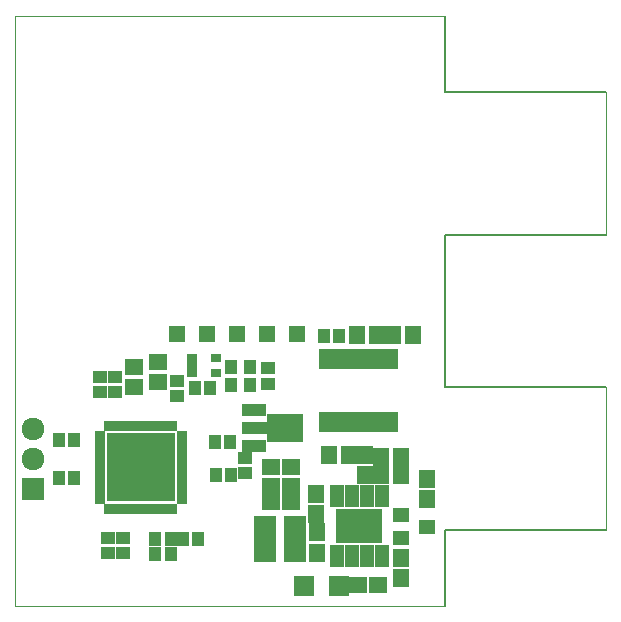
<source format=gts>
G04 (created by PCBNEW (2013-mar-13)-testing) date Sat 22 Jun 2013 05:06:15 PM ICT*
%MOIN*%
G04 Gerber Fmt 3.4, Leading zero omitted, Abs format*
%FSLAX34Y34*%
G01*
G70*
G90*
G04 APERTURE LIST*
%ADD10C,0.00393701*%
%ADD11C,0.00590551*%
%ADD12R,0.0472441X0.0748031*%
%ADD13R,0.153543X0.11811*%
%ADD14R,0.0413386X0.0492126*%
%ADD15R,0.075748X0.075748*%
%ADD16C,0.075748*%
%ADD17R,0.031748X0.065748*%
%ADD18R,0.059048X0.055048*%
%ADD19R,0.055048X0.059048*%
%ADD20R,0.066948X0.070848*%
%ADD21R,0.051148X0.043248*%
%ADD22R,0.043248X0.051148*%
%ADD23R,0.0748031X0.15748*%
%ADD24R,0.055148X0.047248*%
%ADD25R,0.078748X0.043348*%
%ADD26R,0.098448X0.043348*%
%ADD27R,0.124048X0.094448*%
%ADD28R,0.027548X0.035348*%
%ADD29R,0.035348X0.027548*%
%ADD30R,0.228346X0.228346*%
%ADD31R,0.0551181X0.0551181*%
%ADD32R,0.035748X0.027748*%
G04 APERTURE END LIST*
G54D10*
G54D11*
X53681Y-32066D02*
X53681Y-26988D01*
X59055Y-32066D02*
X53681Y-32066D01*
X59055Y-22224D02*
X53681Y-22224D01*
X59055Y-26988D02*
X53681Y-26988D01*
X53681Y-36830D02*
X53681Y-39370D01*
X53681Y-22224D02*
X53681Y-19685D01*
X59055Y-36830D02*
X53681Y-36830D01*
G54D10*
X39370Y-19685D02*
X53681Y-19685D01*
X59055Y-22224D02*
X59055Y-26988D01*
X59055Y-32066D02*
X59055Y-36830D01*
X53681Y-39370D02*
X39370Y-39370D01*
X39370Y-39370D02*
X39370Y-19685D01*
G54D12*
X50076Y-35708D03*
X50076Y-37677D03*
X50576Y-35708D03*
X51076Y-35708D03*
X51576Y-35708D03*
X50576Y-37677D03*
X51076Y-37677D03*
X51576Y-37677D03*
G54D13*
X50826Y-36692D03*
G54D14*
X46555Y-32007D03*
X47204Y-32007D03*
X46555Y-31397D03*
X47204Y-31397D03*
G54D15*
X39960Y-35448D03*
G54D16*
X39960Y-34448D03*
X39960Y-33448D03*
G54D17*
X49657Y-33215D03*
X49907Y-33215D03*
X50167Y-33215D03*
X50427Y-33215D03*
X50677Y-33215D03*
X50937Y-33215D03*
X51197Y-33215D03*
X51447Y-33215D03*
X51707Y-33215D03*
X51957Y-33215D03*
X51957Y-31115D03*
X51707Y-31115D03*
X51447Y-31115D03*
X51197Y-31115D03*
X50937Y-31115D03*
X50677Y-31115D03*
X50427Y-31115D03*
X50167Y-31115D03*
X49907Y-31115D03*
X49657Y-31115D03*
G54D18*
X50788Y-38661D03*
X51456Y-38661D03*
G54D19*
X49389Y-35630D03*
X49389Y-36298D03*
X49409Y-36910D03*
X49409Y-37578D03*
X51023Y-34979D03*
X51023Y-34311D03*
G54D18*
X48542Y-35905D03*
X47874Y-35905D03*
G54D19*
X52223Y-34980D03*
X51555Y-34980D03*
X52223Y-34389D03*
X51555Y-34389D03*
X49823Y-34311D03*
X50491Y-34311D03*
X51416Y-30334D03*
X50748Y-30334D03*
X51949Y-30334D03*
X52617Y-30334D03*
G54D20*
X49005Y-38690D03*
X50147Y-38690D03*
G54D18*
X48542Y-35374D03*
X47874Y-35374D03*
G54D21*
X47775Y-31437D03*
X47775Y-31947D03*
G54D22*
X49646Y-30374D03*
X50156Y-30374D03*
G54D23*
X48681Y-37125D03*
X47696Y-37125D03*
G54D19*
X53090Y-35786D03*
X53090Y-35118D03*
X52224Y-37756D03*
X52224Y-38424D03*
G54D24*
X53090Y-36712D03*
X52224Y-37087D03*
X52224Y-36337D03*
G54D18*
X47874Y-34724D03*
X48542Y-34724D03*
G54D21*
X42460Y-37087D03*
X42460Y-37597D03*
X42185Y-32223D03*
X42185Y-31713D03*
G54D22*
X44036Y-37125D03*
X44546Y-37125D03*
X45471Y-37125D03*
X44961Y-37125D03*
X46044Y-34980D03*
X46554Y-34980D03*
X41317Y-35098D03*
X40807Y-35098D03*
X46024Y-33897D03*
X46534Y-33897D03*
G54D21*
X42677Y-32223D03*
X42677Y-31713D03*
X44744Y-32361D03*
X44744Y-31851D03*
X42952Y-37087D03*
X42952Y-37597D03*
G54D22*
X41317Y-33838D03*
X40807Y-33838D03*
G54D25*
X47322Y-32834D03*
G54D26*
X47420Y-33425D03*
G54D25*
X47322Y-34016D03*
G54D27*
X48365Y-33425D03*
G54D22*
X44546Y-37618D03*
X44036Y-37618D03*
G54D21*
X47027Y-34430D03*
X47027Y-34940D03*
G54D28*
X44635Y-36111D03*
X44438Y-36111D03*
X44241Y-36111D03*
X44045Y-36111D03*
X43848Y-36111D03*
X43651Y-36111D03*
X43455Y-36111D03*
X43258Y-36111D03*
X43061Y-36111D03*
X42865Y-36111D03*
X42668Y-36111D03*
X42471Y-36111D03*
G54D29*
X42176Y-35816D03*
X42176Y-35619D03*
X42176Y-35422D03*
X42176Y-35226D03*
X42176Y-35029D03*
X42176Y-34832D03*
X42176Y-34636D03*
X42176Y-34439D03*
X42176Y-34242D03*
X42176Y-34046D03*
X42176Y-33849D03*
X42176Y-33652D03*
G54D28*
X42471Y-33357D03*
X42668Y-33357D03*
X42865Y-33357D03*
X43061Y-33357D03*
X43258Y-33357D03*
X43455Y-33357D03*
X43651Y-33357D03*
X43848Y-33357D03*
X44045Y-33357D03*
X44241Y-33357D03*
X44438Y-33357D03*
X44635Y-33357D03*
G54D29*
X44930Y-33652D03*
X44930Y-33849D03*
X44930Y-34046D03*
X44930Y-34242D03*
X44930Y-34439D03*
X44930Y-34636D03*
X44930Y-34832D03*
X44930Y-35029D03*
X44930Y-35226D03*
X44930Y-35422D03*
X44930Y-35619D03*
X44930Y-35816D03*
G54D30*
X43553Y-34734D03*
G54D22*
X45345Y-32086D03*
X45855Y-32086D03*
G54D31*
X45759Y-30295D03*
X46759Y-30295D03*
X47759Y-30295D03*
X44759Y-30295D03*
X48759Y-30295D03*
G54D32*
X45249Y-31098D03*
X45249Y-31598D03*
X46049Y-31098D03*
X45249Y-31348D03*
X46049Y-31598D03*
G54D18*
X43326Y-31398D03*
X43326Y-32066D03*
X44133Y-31221D03*
X44133Y-31889D03*
M02*

</source>
